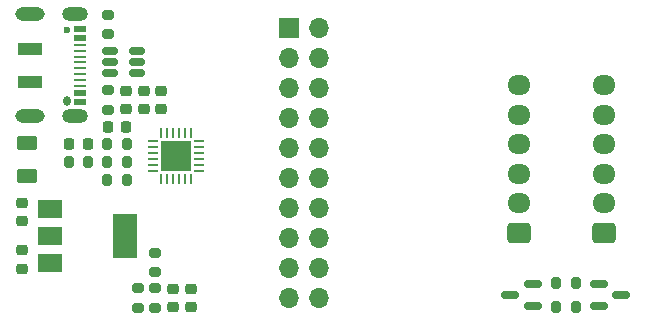
<source format=gbr>
%TF.GenerationSoftware,KiCad,Pcbnew,6.0.1-79c1e3a40b~116~ubuntu20.04.1*%
%TF.CreationDate,2022-02-14T03:59:37+01:00*%
%TF.ProjectId,USB-to-UART-Bridge,5553422d-746f-42d5-9541-52542d427269,rev?*%
%TF.SameCoordinates,Original*%
%TF.FileFunction,Soldermask,Top*%
%TF.FilePolarity,Negative*%
%FSLAX46Y46*%
G04 Gerber Fmt 4.6, Leading zero omitted, Abs format (unit mm)*
G04 Created by KiCad (PCBNEW 6.0.1-79c1e3a40b~116~ubuntu20.04.1) date 2022-02-14 03:59:37*
%MOMM*%
%LPD*%
G01*
G04 APERTURE LIST*
G04 Aperture macros list*
%AMRoundRect*
0 Rectangle with rounded corners*
0 $1 Rounding radius*
0 $2 $3 $4 $5 $6 $7 $8 $9 X,Y pos of 4 corners*
0 Add a 4 corners polygon primitive as box body*
4,1,4,$2,$3,$4,$5,$6,$7,$8,$9,$2,$3,0*
0 Add four circle primitives for the rounded corners*
1,1,$1+$1,$2,$3*
1,1,$1+$1,$4,$5*
1,1,$1+$1,$6,$7*
1,1,$1+$1,$8,$9*
0 Add four rect primitives between the rounded corners*
20,1,$1+$1,$2,$3,$4,$5,0*
20,1,$1+$1,$4,$5,$6,$7,0*
20,1,$1+$1,$6,$7,$8,$9,0*
20,1,$1+$1,$8,$9,$2,$3,0*%
G04 Aperture macros list end*
%ADD10RoundRect,0.150000X-0.587500X-0.150000X0.587500X-0.150000X0.587500X0.150000X-0.587500X0.150000X0*%
%ADD11R,2.000000X1.500000*%
%ADD12R,2.000000X3.800000*%
%ADD13RoundRect,0.200000X-0.275000X0.200000X-0.275000X-0.200000X0.275000X-0.200000X0.275000X0.200000X0*%
%ADD14R,1.700000X1.700000*%
%ADD15O,1.700000X1.700000*%
%ADD16RoundRect,0.218750X-0.256250X0.218750X-0.256250X-0.218750X0.256250X-0.218750X0.256250X0.218750X0*%
%ADD17RoundRect,0.200000X0.200000X0.275000X-0.200000X0.275000X-0.200000X-0.275000X0.200000X-0.275000X0*%
%ADD18RoundRect,0.225000X0.250000X-0.225000X0.250000X0.225000X-0.250000X0.225000X-0.250000X-0.225000X0*%
%ADD19RoundRect,0.200000X0.275000X-0.200000X0.275000X0.200000X-0.275000X0.200000X-0.275000X-0.200000X0*%
%ADD20RoundRect,0.200000X-0.200000X-0.275000X0.200000X-0.275000X0.200000X0.275000X-0.200000X0.275000X0*%
%ADD21RoundRect,0.150000X-0.512500X-0.150000X0.512500X-0.150000X0.512500X0.150000X-0.512500X0.150000X0*%
%ADD22RoundRect,0.225000X-0.250000X0.225000X-0.250000X-0.225000X0.250000X-0.225000X0.250000X0.225000X0*%
%ADD23RoundRect,0.062500X-0.062500X0.350000X-0.062500X-0.350000X0.062500X-0.350000X0.062500X0.350000X0*%
%ADD24RoundRect,0.062500X-0.350000X0.062500X-0.350000X-0.062500X0.350000X-0.062500X0.350000X0.062500X0*%
%ADD25R,2.600000X2.600000*%
%ADD26RoundRect,0.225000X0.225000X0.250000X-0.225000X0.250000X-0.225000X-0.250000X0.225000X-0.250000X0*%
%ADD27RoundRect,0.250000X0.725000X-0.600000X0.725000X0.600000X-0.725000X0.600000X-0.725000X-0.600000X0*%
%ADD28O,1.950000X1.700000*%
%ADD29RoundRect,0.218750X0.218750X0.256250X-0.218750X0.256250X-0.218750X-0.256250X0.218750X-0.256250X0*%
%ADD30O,0.600000X0.850000*%
%ADD31O,0.600000X0.600000*%
%ADD32R,1.000000X0.520000*%
%ADD33R,1.000000X0.270000*%
%ADD34O,2.500000X1.200000*%
%ADD35R,2.000000X1.000000*%
%ADD36O,2.200000X1.200000*%
%ADD37RoundRect,0.150000X0.587500X0.150000X-0.587500X0.150000X-0.587500X-0.150000X0.587500X-0.150000X0*%
%ADD38RoundRect,0.250000X-0.625000X0.375000X-0.625000X-0.375000X0.625000X-0.375000X0.625000X0.375000X0*%
G04 APERTURE END LIST*
D10*
%TO.C,Q1*%
X135562500Y-80300000D03*
X135562500Y-82200000D03*
X137437500Y-81250000D03*
%TD*%
D11*
%TO.C,U3*%
X89100000Y-73950000D03*
X89100000Y-76250000D03*
D12*
X95400000Y-76250000D03*
D11*
X89100000Y-78550000D03*
%TD*%
D13*
%TO.C,R1*%
X94000000Y-57525000D03*
X94000000Y-59175000D03*
%TD*%
D14*
%TO.C,J2*%
X109356000Y-58616000D03*
D15*
X111896000Y-58616000D03*
X109356000Y-61156000D03*
X111896000Y-61156000D03*
X109356000Y-63696000D03*
X111896000Y-63696000D03*
X109356000Y-66236000D03*
X111896000Y-66236000D03*
X109356000Y-68776000D03*
X111896000Y-68776000D03*
X109356000Y-71316000D03*
X111896000Y-71316000D03*
X109356000Y-73856000D03*
X111896000Y-73856000D03*
X109356000Y-76396000D03*
X111896000Y-76396000D03*
X109356000Y-78936000D03*
X111896000Y-78936000D03*
X109356000Y-81476000D03*
X111896000Y-81476000D03*
%TD*%
D16*
%TO.C,D3*%
X99500000Y-80712500D03*
X99500000Y-82287500D03*
%TD*%
D17*
%TO.C,R11*%
X133575000Y-82250000D03*
X131925000Y-82250000D03*
%TD*%
%TO.C,R3*%
X92325000Y-70000000D03*
X90675000Y-70000000D03*
%TD*%
D18*
%TO.C,C1*%
X95500000Y-65525000D03*
X95500000Y-63975000D03*
%TD*%
D19*
%TO.C,R2*%
X94000000Y-65575000D03*
X94000000Y-63925000D03*
%TD*%
D18*
%TO.C,C4*%
X98500000Y-65525000D03*
X98500000Y-63975000D03*
%TD*%
D20*
%TO.C,R4*%
X93925000Y-70000000D03*
X95575000Y-70000000D03*
%TD*%
D21*
%TO.C,U1*%
X94175000Y-60600000D03*
X94175000Y-61550000D03*
X94175000Y-62500000D03*
X96450000Y-62500000D03*
X96450000Y-61550000D03*
X96450000Y-60600000D03*
%TD*%
D20*
%TO.C,R6*%
X93925000Y-71500000D03*
X95575000Y-71500000D03*
%TD*%
D16*
%TO.C,D2*%
X101000000Y-80712500D03*
X101000000Y-82287500D03*
%TD*%
D22*
%TO.C,C5*%
X86750000Y-73475000D03*
X86750000Y-75025000D03*
%TD*%
D23*
%TO.C,U2*%
X101000000Y-67562500D03*
X100500000Y-67562500D03*
X100000000Y-67562500D03*
X99500000Y-67562500D03*
X99000000Y-67562500D03*
X98500000Y-67562500D03*
D24*
X97812500Y-68250000D03*
X97812500Y-68750000D03*
X97812500Y-69250000D03*
X97812500Y-69750000D03*
X97812500Y-70250000D03*
X97812500Y-70750000D03*
D23*
X98500000Y-71437500D03*
X99000000Y-71437500D03*
X99500000Y-71437500D03*
X100000000Y-71437500D03*
X100500000Y-71437500D03*
X101000000Y-71437500D03*
D24*
X101687500Y-70750000D03*
X101687500Y-70250000D03*
X101687500Y-69750000D03*
X101687500Y-69250000D03*
X101687500Y-68750000D03*
X101687500Y-68250000D03*
D25*
X99750000Y-69500000D03*
%TD*%
D26*
%TO.C,C2*%
X95525000Y-67000000D03*
X93975000Y-67000000D03*
%TD*%
D13*
%TO.C,R9*%
X98000000Y-80675000D03*
X98000000Y-82325000D03*
%TD*%
D18*
%TO.C,C3*%
X97000000Y-65525000D03*
X97000000Y-63975000D03*
%TD*%
D20*
%TO.C,R10*%
X131925000Y-80250000D03*
X133575000Y-80250000D03*
%TD*%
D27*
%TO.C,J4*%
X128750000Y-76000000D03*
D28*
X128750000Y-73500000D03*
X128750000Y-71000000D03*
X128750000Y-68500000D03*
X128750000Y-66000000D03*
X128750000Y-63500000D03*
%TD*%
D29*
%TO.C,D1*%
X92287500Y-68500000D03*
X90712500Y-68500000D03*
%TD*%
D30*
%TO.C,J1*%
X90500000Y-64817011D03*
D31*
X90500000Y-58817011D03*
D32*
X91600000Y-58717011D03*
X91600000Y-59467011D03*
D33*
X91600000Y-60067011D03*
X91600000Y-61567011D03*
X91600000Y-62567011D03*
X91600000Y-63567011D03*
D32*
X91600000Y-64167011D03*
X91600000Y-64917011D03*
D33*
X91600000Y-63067011D03*
X91600000Y-62067011D03*
X91600000Y-61067011D03*
X91600000Y-60567011D03*
D34*
X87400000Y-57497011D03*
D35*
X87400000Y-63217011D03*
D34*
X87400000Y-66137011D03*
D35*
X87400000Y-60417011D03*
D36*
X91225000Y-66137011D03*
X91225000Y-57497011D03*
%TD*%
D37*
%TO.C,Q2*%
X129937500Y-82200000D03*
X129937500Y-80300000D03*
X128062500Y-81250000D03*
%TD*%
D13*
%TO.C,R7*%
X98000000Y-77675000D03*
X98000000Y-79325000D03*
%TD*%
D38*
%TO.C,F1*%
X87150000Y-68400000D03*
X87150000Y-71200000D03*
%TD*%
D17*
%TO.C,R5*%
X95575000Y-68500000D03*
X93925000Y-68500000D03*
%TD*%
D27*
%TO.C,J3*%
X136000000Y-76000000D03*
D28*
X136000000Y-73500000D03*
X136000000Y-71000000D03*
X136000000Y-68500000D03*
X136000000Y-66000000D03*
X136000000Y-63500000D03*
%TD*%
D18*
%TO.C,C6*%
X86750000Y-79025000D03*
X86750000Y-77475000D03*
%TD*%
D13*
%TO.C,R8*%
X96500000Y-80675000D03*
X96500000Y-82325000D03*
%TD*%
M02*

</source>
